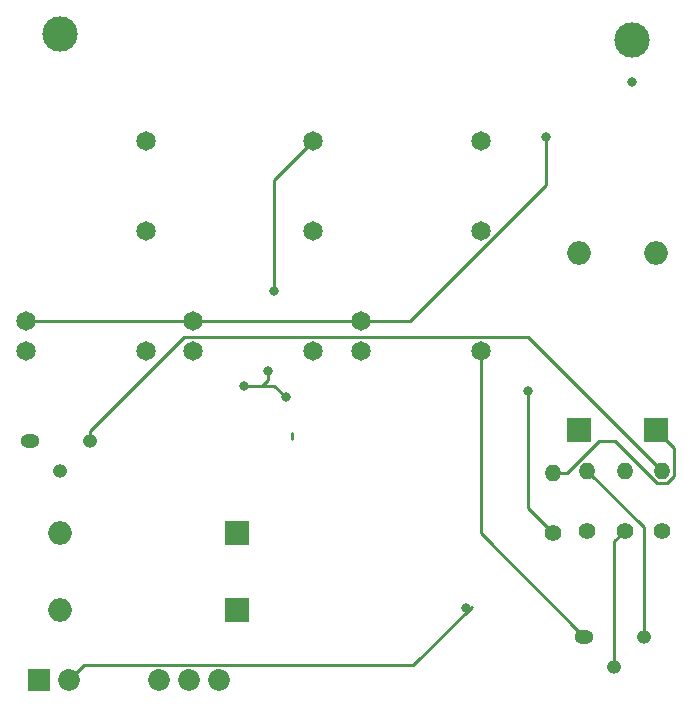
<source format=gbr>
%TF.GenerationSoftware,KiCad,Pcbnew,8.0.1*%
%TF.CreationDate,2024-03-27T00:26:00+01:00*%
%TF.ProjectId,recruitment,72656372-7569-4746-9d65-6e742e6b6963,V0*%
%TF.SameCoordinates,Original*%
%TF.FileFunction,Copper,L2,Bot*%
%TF.FilePolarity,Positive*%
%FSLAX46Y46*%
G04 Gerber Fmt 4.6, Leading zero omitted, Abs format (unit mm)*
G04 Created by KiCad (PCBNEW 8.0.1) date 2024-03-27 00:26:00*
%MOMM*%
%LPD*%
G01*
G04 APERTURE LIST*
%TA.AperFunction,ComponentPad*%
%ADD10C,3.000000*%
%TD*%
%TA.AperFunction,ComponentPad*%
%ADD11C,1.651000*%
%TD*%
%TA.AperFunction,ComponentPad*%
%ADD12C,1.400000*%
%TD*%
%TA.AperFunction,ComponentPad*%
%ADD13O,1.400000X1.400000*%
%TD*%
%TA.AperFunction,ComponentPad*%
%ADD14O,1.200000X1.200000*%
%TD*%
%TA.AperFunction,ComponentPad*%
%ADD15O,1.600000X1.200000*%
%TD*%
%TA.AperFunction,ComponentPad*%
%ADD16R,1.850000X1.850000*%
%TD*%
%TA.AperFunction,ComponentPad*%
%ADD17C,1.850000*%
%TD*%
%TA.AperFunction,ComponentPad*%
%ADD18O,2.000000X2.000000*%
%TD*%
%TA.AperFunction,ComponentPad*%
%ADD19R,2.000000X2.000000*%
%TD*%
%TA.AperFunction,ViaPad*%
%ADD20C,0.800000*%
%TD*%
%TA.AperFunction,Conductor*%
%ADD21C,0.250000*%
%TD*%
G04 APERTURE END LIST*
D10*
%TO.P,REF\u002A\u002A,1*%
%TO.N,N/C*%
X155350000Y-67260000D03*
%TD*%
%TO.P,REF\u002A\u002A,1*%
%TO.N,N/C*%
X106850000Y-66760000D03*
%TD*%
D11*
%TO.P,U8,1,1*%
%TO.N,/Relay block/Activate*%
X114192800Y-93540000D03*
%TO.P,U8,3,3*%
%TO.N,LOAD SUPPLY*%
X114192800Y-83380000D03*
%TO.P,U8,4,4*%
%TO.N,GND*%
X114192800Y-75760000D03*
%TO.P,U8,5,5*%
%TO.N,/Relay block/Load out*%
X104032800Y-91000000D03*
%TO.P,U8,6*%
%TO.N,N/C*%
X104032800Y-93540000D03*
%TD*%
%TO.P,U7,1,1*%
%TO.N,/Relay block/Activate*%
X128350000Y-93540000D03*
%TO.P,U7,3,3*%
%TO.N,LOAD SUPPLY*%
X128350000Y-83380000D03*
%TO.P,U7,4,4*%
%TO.N,GND*%
X128350000Y-75760000D03*
%TO.P,U7,5,5*%
%TO.N,/Relay block/Load out*%
X118190000Y-91000000D03*
%TO.P,U7,6*%
%TO.N,N/C*%
X118190000Y-93540000D03*
%TD*%
%TO.P,U6,1,1*%
%TO.N,/Relay block/Activate*%
X142507200Y-93540000D03*
%TO.P,U6,3,3*%
%TO.N,LOAD SUPPLY*%
X142507200Y-83380000D03*
%TO.P,U6,4,4*%
%TO.N,GND*%
X142507200Y-75760000D03*
%TO.P,U6,5,5*%
%TO.N,/Relay block/Load out*%
X132347200Y-91000000D03*
%TO.P,U6,6*%
%TO.N,N/C*%
X132347200Y-93540000D03*
%TD*%
D12*
%TO.P,Rf1,1*%
%TO.N,Net-(Rf1-Pad1)*%
X148602500Y-108950000D03*
D13*
%TO.P,Rf1,2*%
%TO.N,signal*%
X148602500Y-103870000D03*
%TD*%
D12*
%TO.P,R5,1*%
%TO.N,5V*%
X157850000Y-108800000D03*
D13*
%TO.P,R5,2*%
%TO.N,Net-(Q2-C)*%
X157850000Y-103720000D03*
%TD*%
D12*
%TO.P,R2,1*%
%TO.N,Net-(Q1-B)*%
X154700000Y-108800000D03*
D13*
%TO.P,R2,2*%
%TO.N,Net-(R2-Pad2)*%
X154700000Y-103720000D03*
%TD*%
D12*
%TO.P,R1,1*%
%TO.N,5V*%
X151550000Y-108800000D03*
D13*
%TO.P,R1,2*%
%TO.N,Net-(Q1-C)*%
X151550000Y-103720000D03*
%TD*%
D14*
%TO.P,Q2,3,C*%
%TO.N,Net-(Q2-C)*%
X109390000Y-101220000D03*
%TO.P,Q2,2,B*%
%TO.N,Net-(Q2-B)*%
X106850000Y-103760000D03*
D15*
%TO.P,Q2,1,E*%
%TO.N,/Relay block/Reset*%
X104310000Y-101220000D03*
%TD*%
%TO.P,Q1,1,E*%
%TO.N,/Relay block/Activate*%
X151270000Y-117760000D03*
D14*
%TO.P,Q1,2,B*%
%TO.N,Net-(Q1-B)*%
X153810000Y-120300000D03*
%TO.P,Q1,3,C*%
%TO.N,Net-(Q1-C)*%
X156350000Y-117760000D03*
%TD*%
D16*
%TO.P,PS1,1,+Vin*%
%TO.N,5V*%
X105140000Y-121450000D03*
D17*
%TO.P,PS1,2,-Vin*%
%TO.N,Net-(PS1--Vin)*%
X107680000Y-121450000D03*
%TO.P,PS1,4,-Vout*%
%TO.N,GND*%
X115300000Y-121450000D03*
%TO.P,PS1,5,0V*%
%TO.N,unconnected-(PS1-0V-Pad5)*%
X117840000Y-121450000D03*
%TO.P,PS1,6,+Vout*%
%TO.N,3\u002C3V*%
X120380000Y-121450000D03*
%TD*%
D18*
%TO.P,Cf1,2*%
%TO.N,GND*%
X157350000Y-85260000D03*
D19*
%TO.P,Cf1,1*%
%TO.N,signal*%
X157350000Y-100260000D03*
%TD*%
D18*
%TO.P,Cbyp3,2*%
%TO.N,GND*%
X106850000Y-108982500D03*
D19*
%TO.P,Cbyp3,1*%
%TO.N,trigger value*%
X121850000Y-108982500D03*
%TD*%
D18*
%TO.P,Cbyp2,2*%
%TO.N,GND*%
X106850000Y-115517500D03*
D19*
%TO.P,Cbyp2,1*%
%TO.N,3\u002C3V*%
X121850000Y-115517500D03*
%TD*%
%TO.P,Cbyp1,1*%
%TO.N,GND*%
X150815000Y-100260000D03*
D18*
%TO.P,Cbyp1,2*%
%TO.N,3\u002C3V*%
X150815000Y-85260000D03*
%TD*%
D20*
%TO.N,GND*%
X124500000Y-95275000D03*
X125000000Y-88500000D03*
%TO.N,/Relay block/Load out*%
X148000000Y-75500000D03*
%TO.N,Net-(Rf1-Pad1)*%
X146500000Y-97000000D03*
%TO.N,GND*%
X126000000Y-97500000D03*
X122500000Y-96500000D03*
%TO.N,Net-(PS1--Vin)*%
X141289757Y-115347096D03*
%TO.N,LOAD SYSTEM*%
X155350000Y-70760000D03*
%TD*%
D21*
%TO.N,GND*%
X128350000Y-75760000D02*
X125000000Y-79110000D01*
X124000000Y-96500000D02*
X125000000Y-96500000D01*
X125000000Y-79110000D02*
X125000000Y-88500000D01*
X124500000Y-96000000D02*
X124000000Y-96500000D01*
X124500000Y-95275000D02*
X124500000Y-96000000D01*
X122500000Y-96500000D02*
X124000000Y-96500000D01*
%TO.N,/Relay block/Load out*%
X118190000Y-91000000D02*
X104032800Y-91000000D01*
X132347200Y-91000000D02*
X118190000Y-91000000D01*
X148000000Y-79514253D02*
X136514253Y-91000000D01*
X148000000Y-75500000D02*
X148000000Y-79514253D01*
X136514253Y-91000000D02*
X132347200Y-91000000D01*
%TO.N,Net-(Rf1-Pad1)*%
X146500000Y-106847500D02*
X146500000Y-97000000D01*
X148602500Y-108950000D02*
X146500000Y-106847500D01*
%TO.N,Net-(Q1-C)*%
X151550000Y-103720000D02*
X156350000Y-108520000D01*
X156350000Y-108520000D02*
X156350000Y-117760000D01*
%TO.N,signal*%
X148602500Y-103870000D02*
X149855000Y-103870000D01*
X158875000Y-101785000D02*
X157350000Y-100260000D01*
X149855000Y-103870000D02*
X152500000Y-101225000D01*
X152500000Y-101225000D02*
X153905431Y-101225000D01*
X157425431Y-104745000D02*
X158274569Y-104745000D01*
X153905431Y-101225000D02*
X157425431Y-104745000D01*
X158274569Y-104745000D02*
X158875000Y-104144569D01*
X158875000Y-104144569D02*
X158875000Y-101785000D01*
%TO.N,Net-(Q2-C)*%
X109390000Y-101220000D02*
X109390000Y-100371472D01*
X109390000Y-100371472D02*
X117371972Y-92389500D01*
X117371972Y-92389500D02*
X146519500Y-92389500D01*
X146519500Y-92389500D02*
X157850000Y-103720000D01*
%TO.N,GND*%
X125000000Y-96500000D02*
X126000000Y-97500000D01*
X126500000Y-100500000D02*
X126500000Y-101000000D01*
%TO.N,Net-(PS1--Vin)*%
X141652904Y-115347096D02*
X141289757Y-115347096D01*
X141750000Y-115250000D02*
X141652904Y-115347096D01*
X108930000Y-120200000D02*
X136800000Y-120200000D01*
X107680000Y-121450000D02*
X108930000Y-120200000D01*
X136800000Y-120200000D02*
X141750000Y-115250000D01*
%TO.N,/Relay block/Activate*%
X151270000Y-117760000D02*
X142507200Y-108997200D01*
X142507200Y-108997200D02*
X142507200Y-93540000D01*
%TO.N,Net-(Q1-B)*%
X153810000Y-120300000D02*
X153810000Y-109690000D01*
X153810000Y-109690000D02*
X154700000Y-108800000D01*
%TD*%
M02*

</source>
